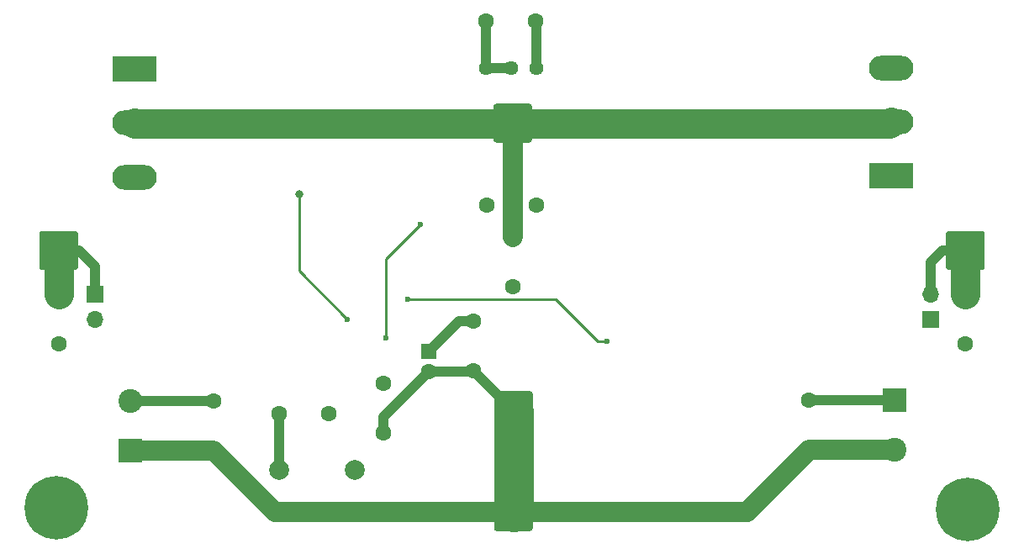
<source format=gbr>
G04 #@! TF.GenerationSoftware,KiCad,Pcbnew,(5.1.12-1-10_14)*
G04 #@! TF.CreationDate,2021-12-20T19:54:04+01:00*
G04 #@! TF.ProjectId,amp-mosfet-80w,616d702d-6d6f-4736-9665-742d3830772e,rev?*
G04 #@! TF.SameCoordinates,Original*
G04 #@! TF.FileFunction,Copper,L2,Bot*
G04 #@! TF.FilePolarity,Positive*
%FSLAX46Y46*%
G04 Gerber Fmt 4.6, Leading zero omitted, Abs format (unit mm)*
G04 Created by KiCad (PCBNEW (5.1.12-1-10_14)) date 2021-12-20 19:54:04*
%MOMM*%
%LPD*%
G01*
G04 APERTURE LIST*
G04 #@! TA.AperFunction,ComponentPad*
%ADD10O,4.500000X2.500000*%
G04 #@! TD*
G04 #@! TA.AperFunction,ComponentPad*
%ADD11R,4.500000X2.500000*%
G04 #@! TD*
G04 #@! TA.AperFunction,ComponentPad*
%ADD12C,2.400000*%
G04 #@! TD*
G04 #@! TA.AperFunction,ComponentPad*
%ADD13R,2.400000X2.400000*%
G04 #@! TD*
G04 #@! TA.AperFunction,ComponentPad*
%ADD14C,2.000000*%
G04 #@! TD*
G04 #@! TA.AperFunction,ComponentPad*
%ADD15C,1.600000*%
G04 #@! TD*
G04 #@! TA.AperFunction,ComponentPad*
%ADD16C,1.440000*%
G04 #@! TD*
G04 #@! TA.AperFunction,ComponentPad*
%ADD17C,0.800000*%
G04 #@! TD*
G04 #@! TA.AperFunction,ComponentPad*
%ADD18C,6.400000*%
G04 #@! TD*
G04 #@! TA.AperFunction,ComponentPad*
%ADD19O,1.700000X1.700000*%
G04 #@! TD*
G04 #@! TA.AperFunction,ComponentPad*
%ADD20R,1.700000X1.700000*%
G04 #@! TD*
G04 #@! TA.AperFunction,ComponentPad*
%ADD21R,1.600000X1.600000*%
G04 #@! TD*
G04 #@! TA.AperFunction,ViaPad*
%ADD22C,0.800000*%
G04 #@! TD*
G04 #@! TA.AperFunction,ViaPad*
%ADD23C,0.600000*%
G04 #@! TD*
G04 #@! TA.AperFunction,Conductor*
%ADD24C,1.000000*%
G04 #@! TD*
G04 #@! TA.AperFunction,Conductor*
%ADD25C,4.000000*%
G04 #@! TD*
G04 #@! TA.AperFunction,Conductor*
%ADD26C,2.000000*%
G04 #@! TD*
G04 #@! TA.AperFunction,Conductor*
%ADD27C,3.000000*%
G04 #@! TD*
G04 #@! TA.AperFunction,Conductor*
%ADD28C,0.250000*%
G04 #@! TD*
G04 APERTURE END LIST*
D10*
X197485000Y-51308000D03*
X197485000Y-56758000D03*
D11*
X197485000Y-62208000D03*
D10*
X121285000Y-62335000D03*
X121285000Y-56885000D03*
D11*
X121285000Y-51435000D03*
D12*
X120904000Y-84836000D03*
D13*
X120904000Y-89836000D03*
D12*
X197866000Y-89772500D03*
D13*
X197866000Y-84772500D03*
D14*
X143446500Y-91821000D03*
X135890000Y-91821000D03*
D15*
X113665000Y-74104500D03*
X113665000Y-79104500D03*
X204978000Y-79104500D03*
X204978000Y-74104500D03*
D16*
X156718000Y-51308000D03*
X159258000Y-51308000D03*
X161798000Y-51308000D03*
D17*
X206929056Y-94060944D03*
X205232000Y-93358000D03*
X203534944Y-94060944D03*
X202832000Y-95758000D03*
X203534944Y-97455056D03*
X205232000Y-98158000D03*
X206929056Y-97455056D03*
X207632000Y-95758000D03*
D18*
X205232000Y-95758000D03*
D17*
X115108056Y-93933944D03*
X113411000Y-93231000D03*
X111713944Y-93933944D03*
X111011000Y-95631000D03*
X111713944Y-97328056D03*
X113411000Y-98031000D03*
X115108056Y-97328056D03*
X115811000Y-95631000D03*
D18*
X113411000Y-95631000D03*
D19*
X117284500Y-76644500D03*
D20*
X117284500Y-74104500D03*
D19*
X201485500Y-74104500D03*
D20*
X201485500Y-76644500D03*
G04 #@! TA.AperFunction,ComponentPad*
G36*
G01*
X157498500Y-97711999D02*
X157498500Y-94312001D01*
G75*
G02*
X157748501Y-94062000I250001J0D01*
G01*
X161148499Y-94062000D01*
G75*
G02*
X161398500Y-94312001I0J-250001D01*
G01*
X161398500Y-97711999D01*
G75*
G02*
X161148499Y-97962000I-250001J0D01*
G01*
X157748501Y-97962000D01*
G75*
G02*
X157498500Y-97711999I0J250001D01*
G01*
G37*
G04 #@! TD.AperFunction*
G04 #@! TA.AperFunction,ComponentPad*
G36*
G01*
X157498500Y-87551999D02*
X157498500Y-84152001D01*
G75*
G02*
X157748501Y-83902000I250001J0D01*
G01*
X161148499Y-83902000D01*
G75*
G02*
X161398500Y-84152001I0J-250001D01*
G01*
X161398500Y-87551999D01*
G75*
G02*
X161148499Y-87802000I-250001J0D01*
G01*
X157748501Y-87802000D01*
G75*
G02*
X157498500Y-87551999I0J250001D01*
G01*
G37*
G04 #@! TD.AperFunction*
G04 #@! TA.AperFunction,ComponentPad*
G36*
G01*
X157435000Y-58595999D02*
X157435000Y-55196001D01*
G75*
G02*
X157685001Y-54946000I250001J0D01*
G01*
X161084999Y-54946000D01*
G75*
G02*
X161335000Y-55196001I0J-250001D01*
G01*
X161335000Y-58595999D01*
G75*
G02*
X161084999Y-58846000I-250001J0D01*
G01*
X157685001Y-58846000D01*
G75*
G02*
X157435000Y-58595999I0J250001D01*
G01*
G37*
G04 #@! TD.AperFunction*
G04 #@! TA.AperFunction,ComponentPad*
G36*
G01*
X111715000Y-71422999D02*
X111715000Y-68023001D01*
G75*
G02*
X111965001Y-67773000I250001J0D01*
G01*
X115364999Y-67773000D01*
G75*
G02*
X115615000Y-68023001I0J-250001D01*
G01*
X115615000Y-71422999D01*
G75*
G02*
X115364999Y-71673000I-250001J0D01*
G01*
X111965001Y-71673000D01*
G75*
G02*
X111715000Y-71422999I0J250001D01*
G01*
G37*
G04 #@! TD.AperFunction*
G04 #@! TA.AperFunction,ComponentPad*
G36*
G01*
X203028000Y-71422999D02*
X203028000Y-68023001D01*
G75*
G02*
X203278001Y-67773000I250001J0D01*
G01*
X206677999Y-67773000D01*
G75*
G02*
X206928000Y-68023001I0J-250001D01*
G01*
X206928000Y-71422999D01*
G75*
G02*
X206677999Y-71673000I-250001J0D01*
G01*
X203278001Y-71673000D01*
G75*
G02*
X203028000Y-71422999I0J250001D01*
G01*
G37*
G04 #@! TD.AperFunction*
D15*
X159385000Y-73326000D03*
X159385000Y-68326000D03*
X129286000Y-84836000D03*
X129286000Y-89836000D03*
X189230000Y-89789000D03*
X189230000Y-84789000D03*
X161718000Y-46609000D03*
X156718000Y-46609000D03*
X155448000Y-81835000D03*
X155448000Y-76835000D03*
X150939500Y-81883000D03*
D21*
X150939500Y-79883000D03*
D15*
X156798000Y-65151000D03*
X161798000Y-65151000D03*
X146367500Y-88121500D03*
X146367500Y-83121500D03*
X135890000Y-86106000D03*
X140890000Y-86106000D03*
D22*
X137858500Y-64008000D03*
D23*
X142748000Y-76644500D03*
X146621500Y-78549500D03*
X150114000Y-67056000D03*
X168846500Y-78867000D03*
X148844000Y-74612500D03*
D24*
X135890000Y-91821000D02*
X135890000Y-86106000D01*
D25*
X159448500Y-96012000D02*
X159448500Y-85852000D01*
D26*
X183007000Y-96012000D02*
X189230000Y-89789000D01*
X159448500Y-96012000D02*
X183007000Y-96012000D01*
X197849500Y-89789000D02*
X197866000Y-89772500D01*
X189230000Y-89789000D02*
X197849500Y-89789000D01*
X135462000Y-96012000D02*
X129286000Y-89836000D01*
X159448500Y-96012000D02*
X135462000Y-96012000D01*
X129286000Y-89836000D02*
X120904000Y-89836000D01*
D24*
X146367500Y-86455000D02*
X150939500Y-81883000D01*
X146367500Y-88121500D02*
X146367500Y-86455000D01*
X155400000Y-81883000D02*
X155448000Y-81835000D01*
X150939500Y-81883000D02*
X155400000Y-81883000D01*
X155448000Y-81851500D02*
X159448500Y-85852000D01*
X155448000Y-81835000D02*
X155448000Y-81851500D01*
X153987500Y-76835000D02*
X150939500Y-79883000D01*
X155448000Y-76835000D02*
X153987500Y-76835000D01*
D27*
X121296000Y-56896000D02*
X121285000Y-56885000D01*
X159385000Y-56896000D02*
X121296000Y-56896000D01*
X197347000Y-56896000D02*
X197485000Y-56758000D01*
X159385000Y-56896000D02*
X197347000Y-56896000D01*
D26*
X159385000Y-56896000D02*
X159385000Y-68326000D01*
D24*
X161798000Y-51308000D02*
X161798000Y-46689000D01*
X159258000Y-51308000D02*
X156718000Y-51308000D01*
X156718000Y-51308000D02*
X156718000Y-46609000D01*
D28*
X137858500Y-71755000D02*
X137858500Y-64008000D01*
X142748000Y-76644500D02*
X137858500Y-71755000D01*
D24*
X189246500Y-84772500D02*
X189230000Y-84789000D01*
X197866000Y-84772500D02*
X189246500Y-84772500D01*
X129286000Y-84836000D02*
X120904000Y-84836000D01*
D28*
X146621500Y-70548500D02*
X150114000Y-67056000D01*
X146621500Y-78549500D02*
X146621500Y-70548500D01*
D27*
X204978000Y-74104500D02*
X204978000Y-69723000D01*
D24*
X204978000Y-69723000D02*
X202628500Y-69723000D01*
X201485500Y-70866000D02*
X201485500Y-74104500D01*
X202628500Y-69723000D02*
X201485500Y-70866000D01*
X113665000Y-69723000D02*
X115697000Y-69723000D01*
X117284500Y-71310500D02*
X117284500Y-74104500D01*
X115697000Y-69723000D02*
X117284500Y-71310500D01*
D27*
X113665000Y-74104500D02*
X113665000Y-69723000D01*
D28*
X148844000Y-74612500D02*
X163703000Y-74612500D01*
X167957500Y-78867000D02*
X168846500Y-78867000D01*
X163703000Y-74612500D02*
X167957500Y-78867000D01*
M02*

</source>
